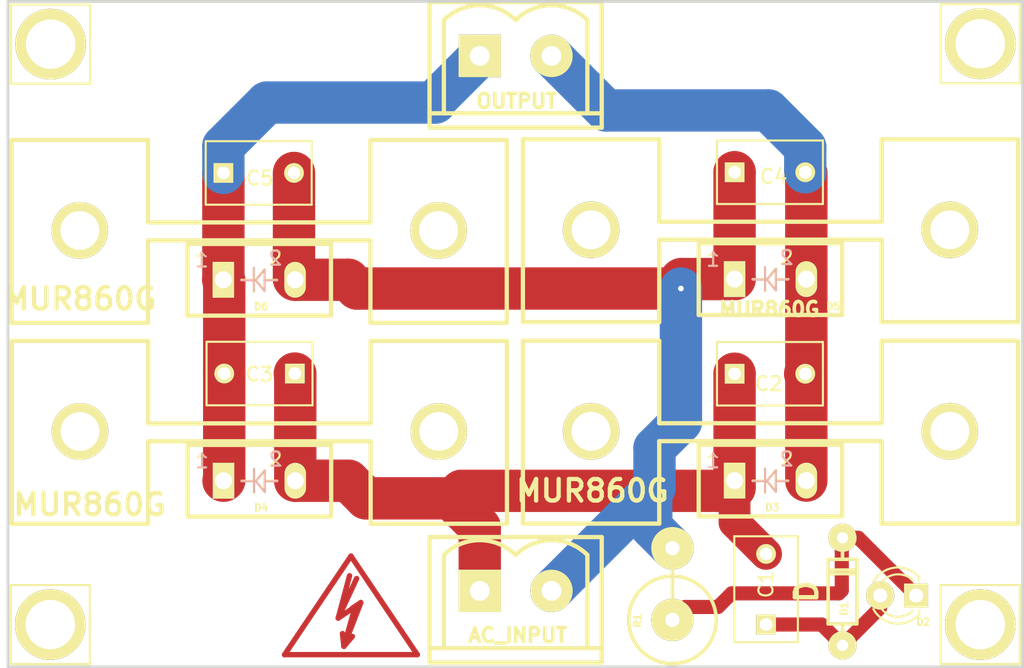
<source format=kicad_pcb>
(kicad_pcb (version 4) (host pcbnew 0.201601151446+6474~42~ubuntu15.10.1-product)

  (general
    (links 22)
    (no_connects 0)
    (area 201.118795 73.432869 273.150001 120.77551)
    (thickness 1.6)
    (drawings 4)
    (tracks 71)
    (zones 0)
    (modules 19)
    (nets 7)
  )

  (page A4)
  (layers
    (0 F.Cu signal)
    (31 B.Cu signal)
    (32 B.Adhes user)
    (33 F.Adhes user)
    (34 B.Paste user)
    (35 F.Paste user)
    (36 B.SilkS user)
    (37 F.SilkS user)
    (38 B.Mask user)
    (39 F.Mask user)
    (40 Dwgs.User user)
    (41 Cmts.User user)
    (42 Eco1.User user)
    (43 Eco2.User user)
    (44 Edge.Cuts user)
    (45 Margin user)
    (46 B.CrtYd user)
    (47 F.CrtYd user)
    (48 B.Fab user)
    (49 F.Fab user)
  )

  (setup
    (last_trace_width 2.25)
    (user_trace_width 0.5)
    (user_trace_width 0.75)
    (user_trace_width 1)
    (user_trace_width 1.25)
    (user_trace_width 1.5)
    (user_trace_width 1.75)
    (user_trace_width 2)
    (user_trace_width 2.25)
    (user_trace_width 2.5)
    (user_trace_width 2.75)
    (user_trace_width 3)
    (user_trace_width 3.6)
    (trace_clearance 0.2)
    (zone_clearance 0.508)
    (zone_45_only no)
    (trace_min 0.2)
    (segment_width 0.2)
    (edge_width 0.2)
    (via_size 0.6)
    (via_drill 0.4)
    (via_min_size 0.4)
    (via_min_drill 0.3)
    (uvia_size 0.3)
    (uvia_drill 0.1)
    (uvias_allowed no)
    (uvia_min_size 0.2)
    (uvia_min_drill 0.1)
    (pcb_text_width 0.3)
    (pcb_text_size 1.5 1.5)
    (mod_edge_width 0.15)
    (mod_text_size 1 1)
    (mod_text_width 0.15)
    (pad_size 1.524 1.524)
    (pad_drill 0.762)
    (pad_to_mask_clearance 0.2)
    (aux_axis_origin 0 0)
    (grid_origin 39.5478 52.1462)
    (visible_elements FFFFFF7F)
    (pcbplotparams
      (layerselection 0x00030_80000001)
      (usegerberextensions false)
      (excludeedgelayer true)
      (linewidth 0.100000)
      (plotframeref false)
      (viasonmask false)
      (mode 1)
      (useauxorigin false)
      (hpglpennumber 1)
      (hpglpenspeed 20)
      (hpglpendiameter 15)
      (hpglpenoverlay 2)
      (psnegative false)
      (psa4output false)
      (plotreference true)
      (plotvalue true)
      (plotinvisibletext false)
      (padsonsilk false)
      (subtractmaskfromsilk false)
      (outputformat 1)
      (mirror false)
      (drillshape 1)
      (scaleselection 1)
      (outputdirectory ""))
  )

  (net 0 "")
  (net 1 /HOT)
  (net 2 /V-)
  (net 3 /V+)
  (net 4 /Netural)
  (net 5 "Net-(C1-Pad1)")
  (net 6 "Net-(D1-Pad2)")

  (net_class Default "This is the default net class."
    (clearance 0.2)
    (trace_width 0.25)
    (via_dia 0.6)
    (via_drill 0.4)
    (uvia_dia 0.3)
    (uvia_drill 0.1)
    (add_net /HOT)
    (add_net /Netural)
    (add_net /V+)
    (add_net /V-)
    (add_net "Net-(C1-Pad1)")
    (add_net "Net-(D1-Pad2)")
  )

  (module Capacitors_ThroughHole:C_Disc_D7.5_P5 (layer F.Cu) (tedit 569199FA) (tstamp 5691224B)
    (at 252.663432 99.909714)
    (descr "Capacitor 7.5mm Disc, Pitch 5mm")
    (tags Capacitor)
    (path /56912C8C)
    (fp_text reference C2 (at 2.4092 0.7112) (layer F.SilkS)
      (effects (font (size 1 1) (thickness 0.15)))
    )
    (fp_text value C_Small (at 2.714 -1.1176) (layer F.Fab) hide
      (effects (font (size 1 1) (thickness 0.15)))
    )
    (fp_line (start -1.5 -2.5) (end 6.5 -2.5) (layer F.CrtYd) (width 0.05))
    (fp_line (start 6.5 -2.5) (end 6.5 2.5) (layer F.CrtYd) (width 0.05))
    (fp_line (start 6.5 2.5) (end -1.5 2.5) (layer F.CrtYd) (width 0.05))
    (fp_line (start -1.5 2.5) (end -1.5 -2.5) (layer F.CrtYd) (width 0.05))
    (fp_line (start -1.25 -2.25) (end 6.25 -2.25) (layer F.SilkS) (width 0.15))
    (fp_line (start 6.25 -2.25) (end 6.25 2.25) (layer F.SilkS) (width 0.15))
    (fp_line (start 6.25 2.25) (end -1.25 2.25) (layer F.SilkS) (width 0.15))
    (fp_line (start -1.25 2.25) (end -1.25 -2.25) (layer F.SilkS) (width 0.15))
    (pad 1 thru_hole rect (at 0 0) (size 1.4 1.4) (drill 0.9) (layers *.Cu *.Mask F.SilkS)
      (net 1 /HOT))
    (pad 2 thru_hole circle (at 5 0) (size 1.4 1.4) (drill 0.9) (layers *.Cu *.Mask F.SilkS)
      (net 2 /V-))
    (model Capacitors_ThroughHole.3dshapes/C_Disc_D7.5_P5.wrl
      (at (xyz 0.098425 0 0))
      (scale (xyz 1 1 1))
      (rotate (xyz 0 0 0))
    )
  )

  (module Capacitors_ThroughHole:C_Disc_D7.5_P5 (layer F.Cu) (tedit 569199F5) (tstamp 56912251)
    (at 221.530902 99.89514 180)
    (descr "Capacitor 7.5mm Disc, Pitch 5mm")
    (tags Capacitor)
    (path /56912C89)
    (fp_text reference C3 (at 2.506702 -0.05386 180) (layer F.SilkS)
      (effects (font (size 1 1) (thickness 0.15)))
    )
    (fp_text value C_Small (at 2.5 3.5 180) (layer F.Fab) hide
      (effects (font (size 1 1) (thickness 0.15)))
    )
    (fp_line (start -1.5 -2.5) (end 6.5 -2.5) (layer F.CrtYd) (width 0.05))
    (fp_line (start 6.5 -2.5) (end 6.5 2.5) (layer F.CrtYd) (width 0.05))
    (fp_line (start 6.5 2.5) (end -1.5 2.5) (layer F.CrtYd) (width 0.05))
    (fp_line (start -1.5 2.5) (end -1.5 -2.5) (layer F.CrtYd) (width 0.05))
    (fp_line (start -1.25 -2.25) (end 6.25 -2.25) (layer F.SilkS) (width 0.15))
    (fp_line (start 6.25 -2.25) (end 6.25 2.25) (layer F.SilkS) (width 0.15))
    (fp_line (start 6.25 2.25) (end -1.25 2.25) (layer F.SilkS) (width 0.15))
    (fp_line (start -1.25 2.25) (end -1.25 -2.25) (layer F.SilkS) (width 0.15))
    (pad 1 thru_hole rect (at 0 0 180) (size 1.4 1.4) (drill 0.9) (layers *.Cu *.Mask F.SilkS)
      (net 1 /HOT))
    (pad 2 thru_hole circle (at 5 0 180) (size 1.4 1.4) (drill 0.9) (layers *.Cu *.Mask F.SilkS)
      (net 3 /V+))
    (model Capacitors_ThroughHole.3dshapes/C_Disc_D7.5_P5.wrl
      (at (xyz 0.098425 0 0))
      (scale (xyz 1 1 1))
      (rotate (xyz 0 0 0))
    )
  )

  (module Capacitors_ThroughHole:C_Disc_D7.5_P5 (layer F.Cu) (tedit 569199FF) (tstamp 56912257)
    (at 252.663432 85.634914)
    (descr "Capacitor 7.5mm Disc, Pitch 5mm")
    (tags Capacitor)
    (path /56912C8B)
    (fp_text reference C4 (at 2.7648 0.3048) (layer F.SilkS)
      (effects (font (size 1 1) (thickness 0.15)))
    )
    (fp_text value C_Small (at 2.464847 -1.251367) (layer F.Fab) hide
      (effects (font (size 1 1) (thickness 0.15)))
    )
    (fp_line (start -1.5 -2.5) (end 6.5 -2.5) (layer F.CrtYd) (width 0.05))
    (fp_line (start 6.5 -2.5) (end 6.5 2.5) (layer F.CrtYd) (width 0.05))
    (fp_line (start 6.5 2.5) (end -1.5 2.5) (layer F.CrtYd) (width 0.05))
    (fp_line (start -1.5 2.5) (end -1.5 -2.5) (layer F.CrtYd) (width 0.05))
    (fp_line (start -1.25 -2.25) (end 6.25 -2.25) (layer F.SilkS) (width 0.15))
    (fp_line (start 6.25 -2.25) (end 6.25 2.25) (layer F.SilkS) (width 0.15))
    (fp_line (start 6.25 2.25) (end -1.25 2.25) (layer F.SilkS) (width 0.15))
    (fp_line (start -1.25 2.25) (end -1.25 -2.25) (layer F.SilkS) (width 0.15))
    (pad 1 thru_hole rect (at 0 0) (size 1.4 1.4) (drill 0.9) (layers *.Cu *.Mask F.SilkS)
      (net 4 /Netural))
    (pad 2 thru_hole circle (at 5 0) (size 1.4 1.4) (drill 0.9) (layers *.Cu *.Mask F.SilkS)
      (net 2 /V-))
    (model Capacitors_ThroughHole.3dshapes/C_Disc_D7.5_P5.wrl
      (at (xyz 0.098425 0 0))
      (scale (xyz 1 1 1))
      (rotate (xyz 0 0 0))
    )
  )

  (module Capacitors_ThroughHole:C_Disc_D7.5_P5 (layer F.Cu) (tedit 56919A13) (tstamp 5691225D)
    (at 216.470388 85.683464)
    (descr "Capacitor 7.5mm Disc, Pitch 5mm")
    (tags Capacitor)
    (path /56912C8A)
    (fp_text reference C5 (at 2.579212 0.371736) (layer F.SilkS)
      (effects (font (size 1 1) (thickness 0.15)))
    )
    (fp_text value C_Small (at 2.3876 -1.2192) (layer F.Fab) hide
      (effects (font (size 1 1) (thickness 0.15)))
    )
    (fp_line (start -1.5 -2.5) (end 6.5 -2.5) (layer F.CrtYd) (width 0.05))
    (fp_line (start 6.5 -2.5) (end 6.5 2.5) (layer F.CrtYd) (width 0.05))
    (fp_line (start 6.5 2.5) (end -1.5 2.5) (layer F.CrtYd) (width 0.05))
    (fp_line (start -1.5 2.5) (end -1.5 -2.5) (layer F.CrtYd) (width 0.05))
    (fp_line (start -1.25 -2.25) (end 6.25 -2.25) (layer F.SilkS) (width 0.15))
    (fp_line (start 6.25 -2.25) (end 6.25 2.25) (layer F.SilkS) (width 0.15))
    (fp_line (start 6.25 2.25) (end -1.25 2.25) (layer F.SilkS) (width 0.15))
    (fp_line (start -1.25 2.25) (end -1.25 -2.25) (layer F.SilkS) (width 0.15))
    (pad 1 thru_hole rect (at 0 0) (size 1.4 1.4) (drill 0.9) (layers *.Cu *.Mask F.SilkS)
      (net 3 /V+))
    (pad 2 thru_hole circle (at 5 0) (size 1.4 1.4) (drill 0.9) (layers *.Cu *.Mask F.SilkS)
      (net 4 /Netural))
    (model Capacitors_ThroughHole.3dshapes/C_Disc_D7.5_P5.wrl
      (at (xyz 0.098425 0 0))
      (scale (xyz 1 1 1))
      (rotate (xyz 0 0 0))
    )
  )

  (module mechanical:3.5mm_m3 (layer F.Cu) (tedit 5691232D) (tstamp 56912294)
    (at 270.0528 117.7798)
    (path /56919AC4)
    (fp_text reference P3 (at 0 0.5) (layer F.SilkS)
      (effects (font (size 1 1) (thickness 0.15)))
    )
    (fp_text value MOUNTING_HOLES (at 0 -0.5) (layer F.Fab) hide
      (effects (font (size 1 1) (thickness 0.15)))
    )
    (fp_line (start 2.8 2.5) (end 2.8 2.7) (layer F.SilkS) (width 0.15))
    (fp_line (start 2.6 -2.9) (end 2.8 -2.9) (layer F.SilkS) (width 0.15))
    (fp_line (start 0 -2.9) (end -2.8 -2.9) (layer F.SilkS) (width 0.15))
    (fp_line (start 0 2.7) (end -2.8 2.7) (layer F.SilkS) (width 0.15))
    (fp_line (start -2.8 2.7) (end -2.8 2.5) (layer F.SilkS) (width 0.15))
    (fp_line (start -2.8 0) (end -2.8 2.6) (layer F.SilkS) (width 0.15))
    (fp_line (start -2.8 0.1) (end -2.8 -2.9) (layer F.SilkS) (width 0.15))
    (fp_line (start 0 2.7) (end 2.8 2.7) (layer F.SilkS) (width 0.15))
    (fp_line (start 2.8 -0.2) (end 2.8 2.6) (layer F.SilkS) (width 0.15))
    (fp_line (start 2.8 -0.1) (end 2.8 -2.9) (layer F.SilkS) (width 0.15))
    (fp_line (start 0 -2.9) (end 2.6 -2.9) (layer F.SilkS) (width 0.15))
    (pad 1 thru_hole circle (at 0 -0.1) (size 5 5) (drill 3.5) (layers *.Cu *.Mask F.SilkS))
  )

  (module mechanical:3.5mm_m3 (layer F.Cu) (tedit 56912338) (tstamp 56912299)
    (at 204.216 117.7798)
    (path /5691999F)
    (fp_text reference P4 (at 0 0.5) (layer F.SilkS)
      (effects (font (size 1 1) (thickness 0.15)))
    )
    (fp_text value MOUNTING_HOLES (at 0 -0.5) (layer F.Fab) hide
      (effects (font (size 1 1) (thickness 0.15)))
    )
    (fp_line (start 2.8 2.5) (end 2.8 2.7) (layer F.SilkS) (width 0.15))
    (fp_line (start 2.6 -2.9) (end 2.8 -2.9) (layer F.SilkS) (width 0.15))
    (fp_line (start 0 -2.9) (end -2.8 -2.9) (layer F.SilkS) (width 0.15))
    (fp_line (start 0 2.7) (end -2.8 2.7) (layer F.SilkS) (width 0.15))
    (fp_line (start -2.8 2.7) (end -2.8 2.5) (layer F.SilkS) (width 0.15))
    (fp_line (start -2.8 0) (end -2.8 2.6) (layer F.SilkS) (width 0.15))
    (fp_line (start -2.8 0.1) (end -2.8 -2.9) (layer F.SilkS) (width 0.15))
    (fp_line (start 0 2.7) (end 2.8 2.7) (layer F.SilkS) (width 0.15))
    (fp_line (start 2.8 -0.2) (end 2.8 2.6) (layer F.SilkS) (width 0.15))
    (fp_line (start 2.8 -0.1) (end 2.8 -2.9) (layer F.SilkS) (width 0.15))
    (fp_line (start 0 -2.9) (end 2.6 -2.9) (layer F.SilkS) (width 0.15))
    (pad 1 thru_hole circle (at 0 -0.1) (size 5 5) (drill 3.5) (layers *.Cu *.Mask F.SilkS))
  )

  (module mechanical:3.5mm_m3 (layer F.Cu) (tedit 56912335) (tstamp 5691229E)
    (at 204.2414 76.6572)
    (path /56919752)
    (fp_text reference P5 (at 0 0.5) (layer F.SilkS)
      (effects (font (size 1 1) (thickness 0.15)))
    )
    (fp_text value MOUNTING_HOLES (at 0 -0.5) (layer F.Fab) hide
      (effects (font (size 1 1) (thickness 0.15)))
    )
    (fp_line (start 2.8 2.5) (end 2.8 2.7) (layer F.SilkS) (width 0.15))
    (fp_line (start 2.6 -2.9) (end 2.8 -2.9) (layer F.SilkS) (width 0.15))
    (fp_line (start 0 -2.9) (end -2.8 -2.9) (layer F.SilkS) (width 0.15))
    (fp_line (start 0 2.7) (end -2.8 2.7) (layer F.SilkS) (width 0.15))
    (fp_line (start -2.8 2.7) (end -2.8 2.5) (layer F.SilkS) (width 0.15))
    (fp_line (start -2.8 0) (end -2.8 2.6) (layer F.SilkS) (width 0.15))
    (fp_line (start -2.8 0.1) (end -2.8 -2.9) (layer F.SilkS) (width 0.15))
    (fp_line (start 0 2.7) (end 2.8 2.7) (layer F.SilkS) (width 0.15))
    (fp_line (start 2.8 -0.2) (end 2.8 2.6) (layer F.SilkS) (width 0.15))
    (fp_line (start 2.8 -0.1) (end 2.8 -2.9) (layer F.SilkS) (width 0.15))
    (fp_line (start 0 -2.9) (end 2.6 -2.9) (layer F.SilkS) (width 0.15))
    (pad 1 thru_hole circle (at 0 -0.1) (size 5 5) (drill 3.5) (layers *.Cu *.Mask F.SilkS))
  )

  (module mechanical:3.5mm_m3 (layer F.Cu) (tedit 5691232F) (tstamp 569122A3)
    (at 270.0528 76.6302)
    (path /56919883)
    (fp_text reference P6 (at 0 0.5) (layer F.SilkS)
      (effects (font (size 1 1) (thickness 0.15)))
    )
    (fp_text value MOUNTING_HOLES (at 0 -0.5) (layer F.Fab) hide
      (effects (font (size 1 1) (thickness 0.15)))
    )
    (fp_line (start 2.8 2.5) (end 2.8 2.7) (layer F.SilkS) (width 0.15))
    (fp_line (start 2.6 -2.9) (end 2.8 -2.9) (layer F.SilkS) (width 0.15))
    (fp_line (start 0 -2.9) (end -2.8 -2.9) (layer F.SilkS) (width 0.15))
    (fp_line (start 0 2.7) (end -2.8 2.7) (layer F.SilkS) (width 0.15))
    (fp_line (start -2.8 2.7) (end -2.8 2.5) (layer F.SilkS) (width 0.15))
    (fp_line (start -2.8 0) (end -2.8 2.6) (layer F.SilkS) (width 0.15))
    (fp_line (start -2.8 0.1) (end -2.8 -2.9) (layer F.SilkS) (width 0.15))
    (fp_line (start 0 2.7) (end 2.8 2.7) (layer F.SilkS) (width 0.15))
    (fp_line (start 2.8 -0.2) (end 2.8 2.6) (layer F.SilkS) (width 0.15))
    (fp_line (start 2.8 -0.1) (end 2.8 -2.9) (layer F.SilkS) (width 0.15))
    (fp_line (start 0 -2.9) (end 2.6 -2.9) (layer F.SilkS) (width 0.15))
    (pad 1 thru_hole circle (at 0 -0.1) (size 5 5) (drill 3.5) (layers *.Cu *.Mask F.SilkS))
  )

  (module w_pth_resistors:R12x5.2_vert (layer F.Cu) (tedit 569A7B13) (tstamp 569122A9)
    (at 248.2596 117.348 90)
    (descr "Resistor, 12x5.2 mm, vertical")
    (tags R)
    (path /56917FA6)
    (autoplace_cost180 10)
    (fp_text reference R1 (at -0.0508 -2.4638 90) (layer F.SilkS)
      (effects (font (size 0.5 0.5) (thickness 0.125)))
    )
    (fp_text value R (at 0 4.39928 90) (layer F.SilkS) hide
      (effects (font (size 1.397 1.27) (thickness 0.2032)))
    )
    (fp_line (start 0 0) (end 5.10032 0) (layer F.SilkS) (width 0.254))
    (fp_circle (center 0 0) (end -3.0988 0) (layer F.SilkS) (width 0.254))
    (pad 1 thru_hole circle (at 0 0 90) (size 2.99974 2.99974) (drill 1.00076) (layers *.Cu *.Mask F.SilkS)
      (net 6 "Net-(D1-Pad2)"))
    (pad 2 thru_hole circle (at 5.08 0 90) (size 2.99974 2.99974) (drill 1.00076) (layers *.Cu *.Mask F.SilkS)
      (net 4 /Netural))
    (model walter/pth_resistors/r12x5.2vert.wrl
      (at (xyz 0 0 0))
      (scale (xyz 1 1 1))
      (rotate (xyz 0 0 0))
    )
  )

  (module Capacitors_ThroughHole:C_Disc_D7.5_P5 (layer F.Cu) (tedit 0) (tstamp 5691988C)
    (at 254.889 117.6744 90)
    (descr "Capacitor 7.5mm Disc, Pitch 5mm")
    (tags Capacitor)
    (path /56917AEF)
    (fp_text reference C1 (at 2.841 0 90) (layer F.SilkS)
      (effects (font (size 1 1) (thickness 0.15)))
    )
    (fp_text value C (at 2.5 3.5 90) (layer F.Fab)
      (effects (font (size 1 1) (thickness 0.15)))
    )
    (fp_line (start -1.5 -2.5) (end 6.5 -2.5) (layer F.CrtYd) (width 0.05))
    (fp_line (start 6.5 -2.5) (end 6.5 2.5) (layer F.CrtYd) (width 0.05))
    (fp_line (start 6.5 2.5) (end -1.5 2.5) (layer F.CrtYd) (width 0.05))
    (fp_line (start -1.5 2.5) (end -1.5 -2.5) (layer F.CrtYd) (width 0.05))
    (fp_line (start -1.25 -2.25) (end 6.25 -2.25) (layer F.SilkS) (width 0.15))
    (fp_line (start 6.25 -2.25) (end 6.25 2.25) (layer F.SilkS) (width 0.15))
    (fp_line (start 6.25 2.25) (end -1.25 2.25) (layer F.SilkS) (width 0.15))
    (fp_line (start -1.25 2.25) (end -1.25 -2.25) (layer F.SilkS) (width 0.15))
    (pad 1 thru_hole rect (at 0 0 90) (size 1.4 1.4) (drill 0.9) (layers *.Cu *.Mask F.SilkS)
      (net 5 "Net-(C1-Pad1)"))
    (pad 2 thru_hole circle (at 5 0 90) (size 1.4 1.4) (drill 0.9) (layers *.Cu *.Mask F.SilkS)
      (net 1 /HOT))
    (model Capacitors_ThroughHole.3dshapes/C_Disc_D7.5_P5.wrl
      (at (xyz 0.0984252 0 0))
      (scale (xyz 1 1 1))
      (rotate (xyz 0 0 0))
    )
  )

  (module w_pth_diodes:diode_do35 (layer F.Cu) (tedit 569A7B5B) (tstamp 5691988D)
    (at 260.2992 115.3414 90)
    (descr "Diode, DO-35 package")
    (path /56917920)
    (fp_text reference D1 (at -1.2192 0.127 90) (layer F.SilkS)
      (effects (font (size 0.5 0.5) (thickness 0.125)))
    )
    (fp_text value D (at 0 -2.54 90) (layer F.SilkS)
      (effects (font (thickness 0.3048)))
    )
    (fp_line (start 1.524 1.016) (end 1.524 -1.016) (layer F.SilkS) (width 0.254))
    (fp_line (start 1.27 -1.016) (end 1.27 1.016) (layer F.SilkS) (width 0.254))
    (fp_line (start 3.81 0) (end 2.286 0) (layer F.SilkS) (width 0.254))
    (fp_line (start -2.286 0) (end -3.81 0) (layer F.SilkS) (width 0.254))
    (fp_line (start -2.286 -1.016) (end 2.286 -1.016) (layer F.SilkS) (width 0.254))
    (fp_line (start 2.286 -1.016) (end 2.286 1.016) (layer F.SilkS) (width 0.254))
    (fp_line (start 2.286 1.016) (end -2.286 1.016) (layer F.SilkS) (width 0.254))
    (fp_line (start -2.286 1.016) (end -2.286 -1.016) (layer F.SilkS) (width 0.254))
    (pad 1 thru_hole circle (at -3.81 0 90) (size 1.99898 1.99898) (drill 0.8001) (layers *.Cu *.Mask F.SilkS)
      (net 5 "Net-(C1-Pad1)"))
    (pad 2 thru_hole circle (at 3.81 0 90) (size 1.99898 1.99898) (drill 0.8001) (layers *.Cu *.Mask F.SilkS)
      (net 6 "Net-(D1-Pad2)"))
    (model walter/pth_diodes/diode_do35.wrl
      (at (xyz 0 0 0))
      (scale (xyz 1 1 1))
      (rotate (xyz 0 0 0))
    )
  )

  (module LEDs:LED-3MM (layer F.Cu) (tedit 569A7B66) (tstamp 56919892)
    (at 265.5062 115.6208 180)
    (descr "LED vertical 3mm")
    (tags "LED-3MM LED 3mm")
    (path /569177D6)
    (fp_text reference D2 (at -0.508 -1.8796 180) (layer F.SilkS)
      (effects (font (size 0.5 0.5) (thickness 0.125)))
    )
    (fp_text value LED (at 1.0922 -1.0668 180) (layer F.Fab) hide
      (effects (font (size 1 1) (thickness 0.15)))
    )
    (fp_line (start 3.8 -2.25) (end 3.8 2.3) (layer F.CrtYd) (width 0.05))
    (fp_line (start -1.1 -2.25) (end -1.1 2.3) (layer F.CrtYd) (width 0.05))
    (fp_line (start -1.1 2.3) (end 3.8 2.3) (layer F.CrtYd) (width 0.05))
    (fp_line (start -1.1 -2.25) (end 3.8 -2.25) (layer F.CrtYd) (width 0.05))
    (fp_line (start -0.23 1.28) (end -0.23 1.06) (layer F.SilkS) (width 0.15))
    (fp_line (start -0.23 -1.32) (end -0.23 -1.07) (layer F.SilkS) (width 0.15))
    (fp_arc (start 1.27 0) (end -0.23 -1.32) (angle 110) (layer F.SilkS) (width 0.15))
    (fp_arc (start 1.27 0) (end 0.23 -1.09) (angle 93) (layer F.SilkS) (width 0.15))
    (fp_arc (start 1.28 0) (end 3.02 0.96) (angle 110) (layer F.SilkS) (width 0.15))
    (fp_arc (start 1.27 0) (end 2.44 0.94) (angle 95.5) (layer F.SilkS) (width 0.15))
    (fp_text user K (at 5.2578 -9.7536 180) (layer F.SilkS) hide
      (effects (font (size 1 1) (thickness 0.15)))
    )
    (pad 1 thru_hole rect (at 0 0 270) (size 1.69926 1.69926) (drill 1.00076) (layers *.Cu *.Mask F.SilkS)
      (net 6 "Net-(D1-Pad2)"))
    (pad 2 thru_hole circle (at 2.54 0 180) (size 1.99898 1.99898) (drill 1.00076) (layers *.Cu *.Mask F.SilkS)
      (net 5 "Net-(C1-Pad1)"))
    (model LEDs.3dshapes/LED-3MM.wrl
      (at (xyz 0.05 0 0))
      (scale (xyz 1 1 1))
      (rotate (xyz 0 0 180))
    )
  )

  (module jjrh_custom:MUR860 (layer F.Cu) (tedit 5691C42C) (tstamp 5691CB0C)
    (at 255.199632 107.478914)
    (descr "TO220 MUR860")
    (tags Diode)
    (path /56912C7F)
    (fp_text reference D3 (at 0.127 1.905) (layer F.SilkS)
      (effects (font (size 0.5 0.5) (thickness 0.125)))
    )
    (fp_text value MUR860G (at -12.5984 0.7239) (layer F.SilkS)
      (effects (font (thickness 0.3048)))
    )
    (fp_text user 2 (at 1.143 -1.524) (layer F.SilkS)
      (effects (font (size 1 1) (thickness 0.15)))
    )
    (fp_text user 1 (at -4.064 -1.397) (layer B.SilkS)
      (effects (font (size 1 1) (thickness 0.15)) (justify mirror))
    )
    (fp_line (start 0.381 -0.762) (end 0.381 0.127) (layer F.SilkS) (width 0.15))
    (fp_line (start -0.254 0) (end 0.381 -0.762) (layer F.SilkS) (width 0.15))
    (fp_line (start 0.381 0.762) (end 0.381 -0.635) (layer F.SilkS) (width 0.15))
    (fp_line (start -0.254 0) (end 0.381 0.762) (layer F.SilkS) (width 0.15))
    (fp_line (start -0.381 -0.762) (end -0.381 0.889) (layer F.SilkS) (width 0.15))
    (fp_line (start -0.254 0) (end -1.27 0) (layer F.SilkS) (width 0.15))
    (fp_line (start 17.526 -9.906) (end 7.874 -9.906) (layer F.SilkS) (width 0.3048))
    (fp_line (start -7.874 -9.906) (end -17.526 -9.906) (layer F.SilkS) (width 0.3048))
    (fp_line (start 7.874 -4.064) (end -7.874 -4.064) (layer F.SilkS) (width 0.3048))
    (fp_line (start -7.874 -9.906) (end -7.874 -4.064) (layer F.SilkS) (width 0.3048))
    (fp_line (start 7.874 -9.906) (end 7.874 -4.064) (layer F.SilkS) (width 0.3048))
    (fp_line (start -7.874 -2.794) (end -7.874 3.048) (layer F.SilkS) (width 0.3048))
    (fp_line (start 7.874 3.048) (end 7.874 -2.794) (layer F.SilkS) (width 0.3048))
    (fp_line (start -7.874 -2.794) (end 7.874 -2.794) (layer F.SilkS) (width 0.3048))
    (fp_line (start 7.874 3.048) (end 17.526 3.048) (layer F.SilkS) (width 0.3048))
    (fp_line (start -17.526 3.048) (end -7.874 3.048) (layer F.SilkS) (width 0.3048))
    (fp_line (start 17.526 -9.906) (end 17.526 3.048) (layer F.SilkS) (width 0.3048))
    (fp_line (start -17.526 -9.906) (end -17.526 3.048) (layer F.SilkS) (width 0.3048))
    (fp_line (start -5.08 -1.27) (end -5.08 2.54) (layer F.SilkS) (width 0.3048))
    (fp_line (start -5.08 2.54) (end 5.08 2.54) (layer F.SilkS) (width 0.3048))
    (fp_line (start 5.08 2.54) (end 5.08 -2.54) (layer F.SilkS) (width 0.3048))
    (fp_line (start 5.08 -2.54) (end -5.08 -2.54) (layer F.SilkS) (width 0.3048))
    (fp_line (start -5.08 -2.54) (end -5.08 -1.27) (layer F.SilkS) (width 0.3048))
    (fp_line (start 1.27 0) (end 0.381 0) (layer F.SilkS) (width 0.15))
    (fp_text user 1 (at -4.064 -1.397) (layer F.SilkS)
      (effects (font (size 1 1) (thickness 0.15)))
    )
    (fp_line (start -0.381 0.800706) (end -0.381 -0.850294) (layer B.SilkS) (width 0.15))
    (fp_line (start -0.254 0.038706) (end -1.27 0.038706) (layer B.SilkS) (width 0.15))
    (fp_line (start -0.254 0.038706) (end 0.381 0.800706) (layer B.SilkS) (width 0.15))
    (fp_line (start -0.254 0.038706) (end 0.381 -0.723294) (layer B.SilkS) (width 0.15))
    (fp_line (start 0.381 0.800706) (end 0.381 -0.088294) (layer B.SilkS) (width 0.15))
    (fp_line (start 0.381 -0.723294) (end 0.381 0.673706) (layer B.SilkS) (width 0.15))
    (fp_line (start 1.27 0.038706) (end 0.381 0.038706) (layer B.SilkS) (width 0.15))
    (fp_text user 2 (at 1.143 -1.524) (layer B.SilkS)
      (effects (font (size 1 1) (thickness 0.15)) (justify mirror))
    )
    (pad 2 thru_hole oval (at 2.54 0) (size 1.524 2.54) (drill 1.19888) (layers *.Cu *.Mask F.SilkS)
      (net 2 /V-))
    (pad 1 thru_hole rect (at -2.54 0) (size 1.524 2.54) (drill oval 1.19888) (layers *.Cu *.Mask F.SilkS)
      (net 1 /HOT))
    (pad "" thru_hole circle (at 12.7 -3.4925) (size 4.0005 4.0005) (drill 2.74828) (layers *.Cu *.Mask F.SilkS))
    (pad "" thru_hole circle (at -12.7 -3.4925) (size 4.0005 4.0005) (drill 2.74828) (layers *.Cu *.Mask F.SilkS))
    (model walter/to/to220-2_14cw.wrl
      (at (xyz 0 0 0))
      (scale (xyz 1 1 1))
      (rotate (xyz 0 0 0))
    )
  )

  (module jjrh_custom:MUR860 (layer F.Cu) (tedit 5691C42C) (tstamp 5691CB36)
    (at 219.020102 107.48974)
    (descr "TO220 MUR860")
    (tags Diode)
    (path /56912C7E)
    (fp_text reference D4 (at 0.127 1.905) (layer F.SilkS)
      (effects (font (size 0.5 0.5) (thickness 0.125)))
    )
    (fp_text value MUR860G (at -12.0142 1.6891) (layer F.SilkS)
      (effects (font (thickness 0.3048)))
    )
    (fp_text user 2 (at 1.143 -1.524) (layer F.SilkS)
      (effects (font (size 1 1) (thickness 0.15)))
    )
    (fp_text user 1 (at -4.064 -1.397) (layer B.SilkS)
      (effects (font (size 1 1) (thickness 0.15)) (justify mirror))
    )
    (fp_line (start 0.381 -0.762) (end 0.381 0.127) (layer F.SilkS) (width 0.15))
    (fp_line (start -0.254 0) (end 0.381 -0.762) (layer F.SilkS) (width 0.15))
    (fp_line (start 0.381 0.762) (end 0.381 -0.635) (layer F.SilkS) (width 0.15))
    (fp_line (start -0.254 0) (end 0.381 0.762) (layer F.SilkS) (width 0.15))
    (fp_line (start -0.381 -0.762) (end -0.381 0.889) (layer F.SilkS) (width 0.15))
    (fp_line (start -0.254 0) (end -1.27 0) (layer F.SilkS) (width 0.15))
    (fp_line (start 17.526 -9.906) (end 7.874 -9.906) (layer F.SilkS) (width 0.3048))
    (fp_line (start -7.874 -9.906) (end -17.526 -9.906) (layer F.SilkS) (width 0.3048))
    (fp_line (start 7.874 -4.064) (end -7.874 -4.064) (layer F.SilkS) (width 0.3048))
    (fp_line (start -7.874 -9.906) (end -7.874 -4.064) (layer F.SilkS) (width 0.3048))
    (fp_line (start 7.874 -9.906) (end 7.874 -4.064) (layer F.SilkS) (width 0.3048))
    (fp_line (start -7.874 -2.794) (end -7.874 3.048) (layer F.SilkS) (width 0.3048))
    (fp_line (start 7.874 3.048) (end 7.874 -2.794) (layer F.SilkS) (width 0.3048))
    (fp_line (start -7.874 -2.794) (end 7.874 -2.794) (layer F.SilkS) (width 0.3048))
    (fp_line (start 7.874 3.048) (end 17.526 3.048) (layer F.SilkS) (width 0.3048))
    (fp_line (start -17.526 3.048) (end -7.874 3.048) (layer F.SilkS) (width 0.3048))
    (fp_line (start 17.526 -9.906) (end 17.526 3.048) (layer F.SilkS) (width 0.3048))
    (fp_line (start -17.526 -9.906) (end -17.526 3.048) (layer F.SilkS) (width 0.3048))
    (fp_line (start -5.08 -1.27) (end -5.08 2.54) (layer F.SilkS) (width 0.3048))
    (fp_line (start -5.08 2.54) (end 5.08 2.54) (layer F.SilkS) (width 0.3048))
    (fp_line (start 5.08 2.54) (end 5.08 -2.54) (layer F.SilkS) (width 0.3048))
    (fp_line (start 5.08 -2.54) (end -5.08 -2.54) (layer F.SilkS) (width 0.3048))
    (fp_line (start -5.08 -2.54) (end -5.08 -1.27) (layer F.SilkS) (width 0.3048))
    (fp_line (start 1.27 0) (end 0.381 0) (layer F.SilkS) (width 0.15))
    (fp_text user 1 (at -4.064 -1.397) (layer F.SilkS)
      (effects (font (size 1 1) (thickness 0.15)))
    )
    (fp_line (start -0.381 0.800706) (end -0.381 -0.850294) (layer B.SilkS) (width 0.15))
    (fp_line (start -0.254 0.038706) (end -1.27 0.038706) (layer B.SilkS) (width 0.15))
    (fp_line (start -0.254 0.038706) (end 0.381 0.800706) (layer B.SilkS) (width 0.15))
    (fp_line (start -0.254 0.038706) (end 0.381 -0.723294) (layer B.SilkS) (width 0.15))
    (fp_line (start 0.381 0.800706) (end 0.381 -0.088294) (layer B.SilkS) (width 0.15))
    (fp_line (start 0.381 -0.723294) (end 0.381 0.673706) (layer B.SilkS) (width 0.15))
    (fp_line (start 1.27 0.038706) (end 0.381 0.038706) (layer B.SilkS) (width 0.15))
    (fp_text user 2 (at 1.143 -1.524) (layer B.SilkS)
      (effects (font (size 1 1) (thickness 0.15)) (justify mirror))
    )
    (pad 2 thru_hole oval (at 2.54 0) (size 1.524 2.54) (drill 1.19888) (layers *.Cu *.Mask F.SilkS)
      (net 1 /HOT))
    (pad 1 thru_hole rect (at -2.54 0) (size 1.524 2.54) (drill oval 1.19888) (layers *.Cu *.Mask F.SilkS)
      (net 3 /V+))
    (pad "" thru_hole circle (at 12.7 -3.4925) (size 4.0005 4.0005) (drill 2.74828) (layers *.Cu *.Mask F.SilkS))
    (pad "" thru_hole circle (at -12.7 -3.4925) (size 4.0005 4.0005) (drill 2.74828) (layers *.Cu *.Mask F.SilkS))
    (model walter/to/to220-2_14cw.wrl
      (at (xyz 0 0 0))
      (scale (xyz 1 1 1))
      (rotate (xyz 0 0 0))
    )
  )

  (module jjrh_custom:MUR860 (layer F.Cu) (tedit 5699B762) (tstamp 5691CB60)
    (at 255.199632 93.204114)
    (descr "TO220 MUR860")
    (tags Diode)
    (path /56912C81)
    (fp_text reference D5 (at 4.445 1.9304) (layer F.SilkS)
      (effects (font (size 0.5 0.5) (thickness 0.125)))
    )
    (fp_text value MUR860G (at -0.0762 2.1336) (layer F.SilkS)
      (effects (font (size 1 1) (thickness 0.25)))
    )
    (fp_text user 2 (at 1.143 -1.524) (layer F.SilkS)
      (effects (font (size 1 1) (thickness 0.15)))
    )
    (fp_text user 1 (at -4.064 -1.397) (layer B.SilkS)
      (effects (font (size 1 1) (thickness 0.15)) (justify mirror))
    )
    (fp_line (start 0.381 -0.762) (end 0.381 0.127) (layer F.SilkS) (width 0.15))
    (fp_line (start -0.254 0) (end 0.381 -0.762) (layer F.SilkS) (width 0.15))
    (fp_line (start 0.381 0.762) (end 0.381 -0.635) (layer F.SilkS) (width 0.15))
    (fp_line (start -0.254 0) (end 0.381 0.762) (layer F.SilkS) (width 0.15))
    (fp_line (start -0.381 -0.762) (end -0.381 0.889) (layer F.SilkS) (width 0.15))
    (fp_line (start -0.254 0) (end -1.27 0) (layer F.SilkS) (width 0.15))
    (fp_line (start 17.526 -9.906) (end 7.874 -9.906) (layer F.SilkS) (width 0.3048))
    (fp_line (start -7.874 -9.906) (end -17.526 -9.906) (layer F.SilkS) (width 0.3048))
    (fp_line (start 7.874 -4.064) (end -7.874 -4.064) (layer F.SilkS) (width 0.3048))
    (fp_line (start -7.874 -9.906) (end -7.874 -4.064) (layer F.SilkS) (width 0.3048))
    (fp_line (start 7.874 -9.906) (end 7.874 -4.064) (layer F.SilkS) (width 0.3048))
    (fp_line (start -7.874 -2.794) (end -7.874 3.048) (layer F.SilkS) (width 0.3048))
    (fp_line (start 7.874 3.048) (end 7.874 -2.794) (layer F.SilkS) (width 0.3048))
    (fp_line (start -7.874 -2.794) (end 7.874 -2.794) (layer F.SilkS) (width 0.3048))
    (fp_line (start 7.874 3.048) (end 17.526 3.048) (layer F.SilkS) (width 0.3048))
    (fp_line (start -17.526 3.048) (end -7.874 3.048) (layer F.SilkS) (width 0.3048))
    (fp_line (start 17.526 -9.906) (end 17.526 3.048) (layer F.SilkS) (width 0.3048))
    (fp_line (start -17.526 -9.906) (end -17.526 3.048) (layer F.SilkS) (width 0.3048))
    (fp_line (start -5.08 -1.27) (end -5.08 2.54) (layer F.SilkS) (width 0.3048))
    (fp_line (start -5.08 2.54) (end 5.08 2.54) (layer F.SilkS) (width 0.3048))
    (fp_line (start 5.08 2.54) (end 5.08 -2.54) (layer F.SilkS) (width 0.3048))
    (fp_line (start 5.08 -2.54) (end -5.08 -2.54) (layer F.SilkS) (width 0.3048))
    (fp_line (start -5.08 -2.54) (end -5.08 -1.27) (layer F.SilkS) (width 0.3048))
    (fp_line (start 1.27 0) (end 0.381 0) (layer F.SilkS) (width 0.15))
    (fp_text user 1 (at -4.064 -1.397) (layer F.SilkS)
      (effects (font (size 1 1) (thickness 0.15)))
    )
    (fp_line (start -0.381 0.800706) (end -0.381 -0.850294) (layer B.SilkS) (width 0.15))
    (fp_line (start -0.254 0.038706) (end -1.27 0.038706) (layer B.SilkS) (width 0.15))
    (fp_line (start -0.254 0.038706) (end 0.381 0.800706) (layer B.SilkS) (width 0.15))
    (fp_line (start -0.254 0.038706) (end 0.381 -0.723294) (layer B.SilkS) (width 0.15))
    (fp_line (start 0.381 0.800706) (end 0.381 -0.088294) (layer B.SilkS) (width 0.15))
    (fp_line (start 0.381 -0.723294) (end 0.381 0.673706) (layer B.SilkS) (width 0.15))
    (fp_line (start 1.27 0.038706) (end 0.381 0.038706) (layer B.SilkS) (width 0.15))
    (fp_text user 2 (at 1.143 -1.524) (layer B.SilkS)
      (effects (font (size 1 1) (thickness 0.15)) (justify mirror))
    )
    (pad 2 thru_hole oval (at 2.54 0) (size 1.524 2.54) (drill 1.19888) (layers *.Cu *.Mask F.SilkS)
      (net 2 /V-))
    (pad 1 thru_hole rect (at -2.54 0) (size 1.524 2.54) (drill oval 1.19888) (layers *.Cu *.Mask F.SilkS)
      (net 4 /Netural))
    (pad "" thru_hole circle (at 12.7 -3.4925) (size 4.0005 4.0005) (drill 2.74828) (layers *.Cu *.Mask F.SilkS))
    (pad "" thru_hole circle (at -12.7 -3.4925) (size 4.0005 4.0005) (drill 2.74828) (layers *.Cu *.Mask F.SilkS))
    (model walter/to/to220-2_14cw.wrl
      (at (xyz 0 0 0))
      (scale (xyz 1 1 1))
      (rotate (xyz 0 0 0))
    )
  )

  (module jjrh_custom:MUR860 (layer F.Cu) (tedit 5691C42C) (tstamp 5691CB8A)
    (at 219.006588 93.252664)
    (descr "TO220 MUR860")
    (tags Diode)
    (path /56912C80)
    (fp_text reference D6 (at 0.127 1.905) (layer F.SilkS)
      (effects (font (size 0.5 0.5) (thickness 0.125)))
    )
    (fp_text value MUR860G (at -12.6746 1.3589) (layer F.SilkS)
      (effects (font (thickness 0.3048)))
    )
    (fp_text user 2 (at 1.143 -1.524) (layer F.SilkS)
      (effects (font (size 1 1) (thickness 0.15)))
    )
    (fp_text user 1 (at -4.064 -1.397) (layer B.SilkS)
      (effects (font (size 1 1) (thickness 0.15)) (justify mirror))
    )
    (fp_line (start 0.381 -0.762) (end 0.381 0.127) (layer F.SilkS) (width 0.15))
    (fp_line (start -0.254 0) (end 0.381 -0.762) (layer F.SilkS) (width 0.15))
    (fp_line (start 0.381 0.762) (end 0.381 -0.635) (layer F.SilkS) (width 0.15))
    (fp_line (start -0.254 0) (end 0.381 0.762) (layer F.SilkS) (width 0.15))
    (fp_line (start -0.381 -0.762) (end -0.381 0.889) (layer F.SilkS) (width 0.15))
    (fp_line (start -0.254 0) (end -1.27 0) (layer F.SilkS) (width 0.15))
    (fp_line (start 17.526 -9.906) (end 7.874 -9.906) (layer F.SilkS) (width 0.3048))
    (fp_line (start -7.874 -9.906) (end -17.526 -9.906) (layer F.SilkS) (width 0.3048))
    (fp_line (start 7.874 -4.064) (end -7.874 -4.064) (layer F.SilkS) (width 0.3048))
    (fp_line (start -7.874 -9.906) (end -7.874 -4.064) (layer F.SilkS) (width 0.3048))
    (fp_line (start 7.874 -9.906) (end 7.874 -4.064) (layer F.SilkS) (width 0.3048))
    (fp_line (start -7.874 -2.794) (end -7.874 3.048) (layer F.SilkS) (width 0.3048))
    (fp_line (start 7.874 3.048) (end 7.874 -2.794) (layer F.SilkS) (width 0.3048))
    (fp_line (start -7.874 -2.794) (end 7.874 -2.794) (layer F.SilkS) (width 0.3048))
    (fp_line (start 7.874 3.048) (end 17.526 3.048) (layer F.SilkS) (width 0.3048))
    (fp_line (start -17.526 3.048) (end -7.874 3.048) (layer F.SilkS) (width 0.3048))
    (fp_line (start 17.526 -9.906) (end 17.526 3.048) (layer F.SilkS) (width 0.3048))
    (fp_line (start -17.526 -9.906) (end -17.526 3.048) (layer F.SilkS) (width 0.3048))
    (fp_line (start -5.08 -1.27) (end -5.08 2.54) (layer F.SilkS) (width 0.3048))
    (fp_line (start -5.08 2.54) (end 5.08 2.54) (layer F.SilkS) (width 0.3048))
    (fp_line (start 5.08 2.54) (end 5.08 -2.54) (layer F.SilkS) (width 0.3048))
    (fp_line (start 5.08 -2.54) (end -5.08 -2.54) (layer F.SilkS) (width 0.3048))
    (fp_line (start -5.08 -2.54) (end -5.08 -1.27) (layer F.SilkS) (width 0.3048))
    (fp_line (start 1.27 0) (end 0.381 0) (layer F.SilkS) (width 0.15))
    (fp_text user 1 (at -4.064 -1.397) (layer F.SilkS)
      (effects (font (size 1 1) (thickness 0.15)))
    )
    (fp_line (start -0.381 0.800706) (end -0.381 -0.850294) (layer B.SilkS) (width 0.15))
    (fp_line (start -0.254 0.038706) (end -1.27 0.038706) (layer B.SilkS) (width 0.15))
    (fp_line (start -0.254 0.038706) (end 0.381 0.800706) (layer B.SilkS) (width 0.15))
    (fp_line (start -0.254 0.038706) (end 0.381 -0.723294) (layer B.SilkS) (width 0.15))
    (fp_line (start 0.381 0.800706) (end 0.381 -0.088294) (layer B.SilkS) (width 0.15))
    (fp_line (start 0.381 -0.723294) (end 0.381 0.673706) (layer B.SilkS) (width 0.15))
    (fp_line (start 1.27 0.038706) (end 0.381 0.038706) (layer B.SilkS) (width 0.15))
    (fp_text user 2 (at 1.143 -1.524) (layer B.SilkS)
      (effects (font (size 1 1) (thickness 0.15)) (justify mirror))
    )
    (pad 2 thru_hole oval (at 2.54 0) (size 1.524 2.54) (drill 1.19888) (layers *.Cu *.Mask F.SilkS)
      (net 4 /Netural))
    (pad 1 thru_hole rect (at -2.54 0) (size 1.524 2.54) (drill oval 1.19888) (layers *.Cu *.Mask F.SilkS)
      (net 3 /V+))
    (pad "" thru_hole circle (at 12.7 -3.4925) (size 4.0005 4.0005) (drill 2.74828) (layers *.Cu *.Mask F.SilkS))
    (pad "" thru_hole circle (at -12.7 -3.4925) (size 4.0005 4.0005) (drill 2.74828) (layers *.Cu *.Mask F.SilkS))
    (model walter/to/to220-2_14cw.wrl
      (at (xyz 0 0 0))
      (scale (xyz 1 1 1))
      (rotate (xyz 0 0 0))
    )
  )

  (module w_conn_screw:mstbva_2,5%2f2-g-5,08 (layer F.Cu) (tedit 569A7B49) (tstamp 5691D0E7)
    (at 237.1598 115.2906)
    (descr "Terminal block 2 pins, Phoenix MSTBVA 2,5/2-G-5,08")
    (tags DEV)
    (path /5691C944)
    (fp_text reference P1 (at 0.0254 -0.2286) (layer F.SilkS) hide
      (effects (font (thickness 0.3048)))
    )
    (fp_text value AC_INPUT (at 0.1524 3.1496) (layer F.SilkS)
      (effects (font (size 1 1) (thickness 0.25)))
    )
    (fp_line (start -6.096 5.08) (end 6.096 5.08) (layer F.SilkS) (width 0.3048))
    (fp_line (start 6.096 4.064) (end -6.096 4.064) (layer F.SilkS) (width 0.3048))
    (fp_line (start -6.096 -3.81) (end 6.096 -3.81) (layer F.SilkS) (width 0.3048))
    (fp_line (start -6.096 -3.81) (end -6.096 5.08) (layer F.SilkS) (width 0.3048))
    (fp_line (start 6.096 5.08) (end 6.096 -3.81) (layer F.SilkS) (width 0.3048))
    (fp_arc (start -2.54 0) (end -5.08 -2.54) (angle 90) (layer F.SilkS) (width 0.3048))
    (fp_arc (start 2.54 0) (end 0 -2.54) (angle 90) (layer F.SilkS) (width 0.3048))
    (fp_line (start 5.08 -2.54) (end 5.08 4.064) (layer F.SilkS) (width 0.3048))
    (fp_line (start -5.08 -2.54) (end -5.08 4.064) (layer F.SilkS) (width 0.3048))
    (pad 1 thru_hole rect (at -2.54 0) (size 2.99974 2.99974) (drill 1.39954) (layers *.Cu *.Mask F.SilkS)
      (net 1 /HOT))
    (pad 2 thru_hole circle (at 2.54 0) (size 2.99974 2.99974) (drill 1.39954) (layers *.Cu *.Mask F.SilkS)
      (net 4 /Netural))
    (model walter/conn_screw/mstbva_2,5-2-g-5,08.wrl
      (at (xyz 0 0 0))
      (scale (xyz 1 1 1))
      (rotate (xyz 0 0 0))
    )
  )

  (module w_conn_screw:mstbva_2,5%2f2-g-5,08 (layer F.Cu) (tedit 569A7B3E) (tstamp 5691D0EC)
    (at 237.1598 77.3938)
    (descr "Terminal block 2 pins, Phoenix MSTBVA 2,5/2-G-5,08")
    (tags DEV)
    (path /5691D34D)
    (fp_text reference P2 (at 0 -5.842) (layer F.SilkS) hide
      (effects (font (thickness 0.3048)))
    )
    (fp_text value OUTPUT (at 0.0762 3.2004) (layer F.SilkS)
      (effects (font (size 1 1) (thickness 0.25)))
    )
    (fp_line (start -6.096 5.08) (end 6.096 5.08) (layer F.SilkS) (width 0.3048))
    (fp_line (start 6.096 4.064) (end -6.096 4.064) (layer F.SilkS) (width 0.3048))
    (fp_line (start -6.096 -3.81) (end 6.096 -3.81) (layer F.SilkS) (width 0.3048))
    (fp_line (start -6.096 -3.81) (end -6.096 5.08) (layer F.SilkS) (width 0.3048))
    (fp_line (start 6.096 5.08) (end 6.096 -3.81) (layer F.SilkS) (width 0.3048))
    (fp_arc (start -2.54 0) (end -5.08 -2.54) (angle 90) (layer F.SilkS) (width 0.3048))
    (fp_arc (start 2.54 0) (end 0 -2.54) (angle 90) (layer F.SilkS) (width 0.3048))
    (fp_line (start 5.08 -2.54) (end 5.08 4.064) (layer F.SilkS) (width 0.3048))
    (fp_line (start -5.08 -2.54) (end -5.08 4.064) (layer F.SilkS) (width 0.3048))
    (pad 1 thru_hole rect (at -2.54 0) (size 2.99974 2.99974) (drill 1.39954) (layers *.Cu *.Mask F.SilkS)
      (net 3 /V+))
    (pad 2 thru_hole circle (at 2.54 0) (size 2.99974 2.99974) (drill 1.39954) (layers *.Cu *.Mask F.SilkS)
      (net 2 /V-))
    (model walter/conn_screw/mstbva_2,5-2-g-5,08.wrl
      (at (xyz 0 0 0))
      (scale (xyz 1 1 1))
      (rotate (xyz 0 0 0))
    )
  )

  (module Symbols:Symbol_HighVoltage_Type2_CopperTop_VerySmall (layer F.Cu) (tedit 569A7C4A) (tstamp 569A9915)
    (at 225.5012 117.0178)
    (descr "Symbol, High Voltage, Type 2, Copper Top, Very Small,")
    (tags "Symbol, High Voltage, Type 2, Copper Top, Very Small,")
    (fp_text reference REF** (at -0.1524 0.7112) (layer F.SilkS) hide
      (effects (font (size 1 1) (thickness 0.15)))
    )
    (fp_text value Symbol_HighVoltage_Type2_CopperTop_VerySmall (at -0.381 4.572) (layer F.Fab) hide
      (effects (font (size 1 1) (thickness 0.15)))
    )
    (fp_line (start -0.49784 2.19964) (end 0.70104 -0.89916) (layer F.Cu) (width 0.381))
    (fp_line (start 0.70104 -0.89916) (end 0.1016 -0.50038) (layer F.Cu) (width 0.381))
    (fp_line (start -0.89916 0.20066) (end 0.40132 -2.60096) (layer F.Cu) (width 0.381))
    (fp_line (start -0.49784 2.19964) (end 0.1016 1.50114) (layer F.Cu) (width 0.381))
    (fp_line (start -0.09906 -2.79908) (end -0.89916 0.20066) (layer F.Cu) (width 0.381))
    (fp_line (start -0.89916 0.20066) (end 0.29972 -0.59944) (layer F.Cu) (width 0.381))
    (fp_line (start 0.29972 -0.59944) (end -0.49784 2.19964) (layer F.Cu) (width 0.381))
    (fp_line (start -0.49784 2.19964) (end -0.59944 1.30048) (layer F.Cu) (width 0.381))
    (fp_line (start 0 -4.191) (end 4.699 2.794) (layer F.Cu) (width 0.381))
    (fp_line (start 4.699 2.794) (end -4.699 2.794) (layer F.Cu) (width 0.381))
    (fp_line (start -4.699 2.794) (end 0 -4.191) (layer F.Cu) (width 0.381))
  )

  (gr_line (start 201.2188 120.675509) (end 201.2188 73.53287) (layer Edge.Cuts) (width 0.2))
  (gr_line (start 201.218796 120.6754) (end 273.05 120.6754) (layer Edge.Cuts) (width 0.2))
  (gr_line (start 273.05 73.533) (end 273.05 120.675406) (layer Edge.Cuts) (width 0.2))
  (gr_line (start 201.218796 73.533) (end 273.05 73.533) (layer Edge.Cuts) (width 0.2))

  (segment (start 252.659632 107.478914) (end 252.659632 107.986914) (width 3) (layer F.Cu) (net 1))
  (segment (start 252.659632 107.986914) (end 252.442546 108.204) (width 3) (layer F.Cu) (net 1))
  (segment (start 252.442546 108.204) (end 233.3244 108.204) (width 3) (layer F.Cu) (net 1))
  (segment (start 233.3244 108.204) (end 232.791 108.7374) (width 3) (layer F.Cu) (net 1))
  (segment (start 252.659632 107.478914) (end 252.659632 110.445032) (width 2.25) (layer F.Cu) (net 1))
  (segment (start 252.659632 110.445032) (end 254.889 112.6744) (width 2.25) (layer F.Cu) (net 1))
  (segment (start 253.0602 107.879482) (end 252.659632 107.478914) (width 1) (layer F.Cu) (net 1))
  (segment (start 222.1992 108.128838) (end 221.560102 107.48974) (width 1) (layer F.Cu) (net 1))
  (segment (start 232.791 108.7374) (end 226.569762 108.7374) (width 3) (layer F.Cu) (net 1))
  (segment (start 234.6198 115.2906) (end 234.6198 110.79073) (width 3) (layer F.Cu) (net 1))
  (segment (start 234.6198 110.79073) (end 232.791 108.96193) (width 3) (layer F.Cu) (net 1))
  (segment (start 232.791 108.96193) (end 232.791 108.7374) (width 3) (layer F.Cu) (net 1))
  (segment (start 221.560102 107.48974) (end 221.560102 99.92434) (width 3) (layer F.Cu) (net 1))
  (segment (start 221.560102 99.92434) (end 221.530902 99.89514) (width 3) (layer F.Cu) (net 1))
  (segment (start 226.569762 108.7374) (end 225.322102 107.48974) (width 3) (layer F.Cu) (net 1))
  (segment (start 225.322102 107.48974) (end 221.560102 107.48974) (width 3) (layer F.Cu) (net 1))
  (segment (start 252.659632 107.478914) (end 252.659632 99.913514) (width 3) (layer F.Cu) (net 1))
  (segment (start 252.659632 99.913514) (end 252.663432 99.909714) (width 3) (layer F.Cu) (net 1))
  (segment (start 257.663432 85.634914) (end 257.663432 83.876632) (width 3) (layer B.Cu) (net 2))
  (segment (start 257.663432 83.876632) (end 255.0414 81.2546) (width 3) (layer B.Cu) (net 2))
  (segment (start 255.0414 81.2546) (end 243.5606 81.2546) (width 3) (layer B.Cu) (net 2))
  (segment (start 243.5606 81.2546) (end 239.6998 77.3938) (width 3) (layer B.Cu) (net 2))
  (segment (start 257.739632 107.478914) (end 257.739632 99.985914) (width 3) (layer F.Cu) (net 2))
  (segment (start 257.739632 99.985914) (end 257.663432 99.909714) (width 3) (layer F.Cu) (net 2))
  (segment (start 257.739632 93.204114) (end 257.739632 99.833514) (width 3) (layer F.Cu) (net 2))
  (segment (start 257.739632 99.833514) (end 257.663432 99.909714) (width 3) (layer F.Cu) (net 2))
  (segment (start 257.739632 93.204114) (end 257.739632 85.711114) (width 3) (layer F.Cu) (net 2))
  (segment (start 257.739632 85.711114) (end 257.663432 85.634914) (width 3) (layer F.Cu) (net 2))
  (segment (start 231.4702 80.6958) (end 231.4702 80.5434) (width 3) (layer B.Cu) (net 3))
  (segment (start 231.4702 80.5434) (end 234.6198 77.3938) (width 3) (layer B.Cu) (net 3))
  (segment (start 216.530902 99.89514) (end 216.530902 93.316978) (width 3) (layer F.Cu) (net 3))
  (segment (start 216.530902 93.316978) (end 216.466588 93.252664) (width 3) (layer F.Cu) (net 3))
  (segment (start 216.530902 99.89514) (end 216.530902 107.43894) (width 3) (layer F.Cu) (net 3))
  (segment (start 216.530902 107.43894) (end 216.480102 107.48974) (width 3) (layer F.Cu) (net 3))
  (segment (start 219.5576 80.6958) (end 216.470388 83.783012) (width 3) (layer B.Cu) (net 3))
  (segment (start 231.4702 80.6958) (end 219.5576 80.6958) (width 3) (layer B.Cu) (net 3))
  (segment (start 216.470388 83.783012) (end 216.470388 85.683464) (width 3) (layer B.Cu) (net 3))
  (segment (start 216.470388 85.683464) (end 216.470388 93.248864) (width 3) (layer F.Cu) (net 3))
  (segment (start 216.470388 93.248864) (end 216.466588 93.252664) (width 3) (layer F.Cu) (net 3))
  (segment (start 248.2596 112.268) (end 246.759731 110.768131) (width 3) (layer B.Cu) (net 4))
  (segment (start 246.759731 110.768131) (end 246.759731 108.230669) (width 3) (layer B.Cu) (net 4))
  (segment (start 246.759731 108.230669) (end 246.9896 108.0008) (width 3) (layer B.Cu) (net 4))
  (segment (start 239.6998 115.2906) (end 246.9896 108.0008) (width 3) (layer B.Cu) (net 4))
  (segment (start 246.9896 108.0008) (end 246.9896 105.1814) (width 3) (layer B.Cu) (net 4))
  (segment (start 246.9896 105.1814) (end 248.860223 103.310777) (width 3) (layer B.Cu) (net 4))
  (segment (start 248.860223 103.310777) (end 248.860223 94.580567) (width 3) (layer B.Cu) (net 4))
  (segment (start 248.860223 94.580567) (end 248.860223 93.873461) (width 3) (layer B.Cu) (net 4))
  (segment (start 225.308588 93.252664) (end 225.929385 93.873461) (width 3) (layer F.Cu) (net 4))
  (segment (start 221.546588 93.252664) (end 225.308588 93.252664) (width 3) (layer F.Cu) (net 4))
  (segment (start 248.860223 93.241523) (end 248.860223 93.873461) (width 3) (layer F.Cu) (net 4))
  (segment (start 225.929385 93.873461) (end 248.860223 93.873461) (width 3) (layer F.Cu) (net 4))
  (segment (start 252.659632 93.204114) (end 248.897632 93.204114) (width 3) (layer F.Cu) (net 4))
  (segment (start 248.897632 93.204114) (end 248.860223 93.241523) (width 3) (layer F.Cu) (net 4))
  (via (at 248.860223 93.873461) (size 1) (drill 0.4) (layers F.Cu B.Cu) (net 4))
  (segment (start 221.470388 85.683464) (end 221.470388 93.176464) (width 3) (layer F.Cu) (net 4))
  (segment (start 221.470388 93.176464) (end 221.546588 93.252664) (width 3) (layer F.Cu) (net 4))
  (segment (start 252.659632 93.204114) (end 252.659632 85.638714) (width 3) (layer F.Cu) (net 4))
  (segment (start 252.659632 85.638714) (end 252.663432 85.634914) (width 3) (layer F.Cu) (net 4))
  (segment (start 254.889 117.6744) (end 258.8222 117.6744) (width 1) (layer F.Cu) (net 5))
  (segment (start 258.8222 117.6744) (end 260.2992 119.1514) (width 1) (layer F.Cu) (net 5))
  (segment (start 262.9662 115.6208) (end 262.9662 116.4844) (width 1) (layer F.Cu) (net 5))
  (segment (start 262.9662 116.4844) (end 260.2992 119.1514) (width 1) (layer F.Cu) (net 5))
  (segment (start 260.2992 111.5314) (end 260.2484 111.5822) (width 1) (layer F.Cu) (net 6))
  (segment (start 260.2484 111.5822) (end 260.2484 115.2652) (width 1) (layer F.Cu) (net 6))
  (segment (start 260.2484 115.2652) (end 260.0452 115.4684) (width 1) (layer F.Cu) (net 6))
  (segment (start 251.4854 116.4336) (end 249.174 116.4336) (width 1) (layer F.Cu) (net 6))
  (segment (start 260.0452 115.4684) (end 252.4506 115.4684) (width 1) (layer F.Cu) (net 6))
  (segment (start 252.4506 115.4684) (end 251.4854 116.4336) (width 1) (layer F.Cu) (net 6))
  (segment (start 249.174 116.4336) (end 248.2596 117.348) (width 1) (layer F.Cu) (net 6))
  (segment (start 265.5062 115.6208) (end 261.4168 111.5314) (width 1) (layer F.Cu) (net 6))
  (segment (start 261.4168 111.5314) (end 260.2992 111.5314) (width 1) (layer F.Cu) (net 6))

)

</source>
